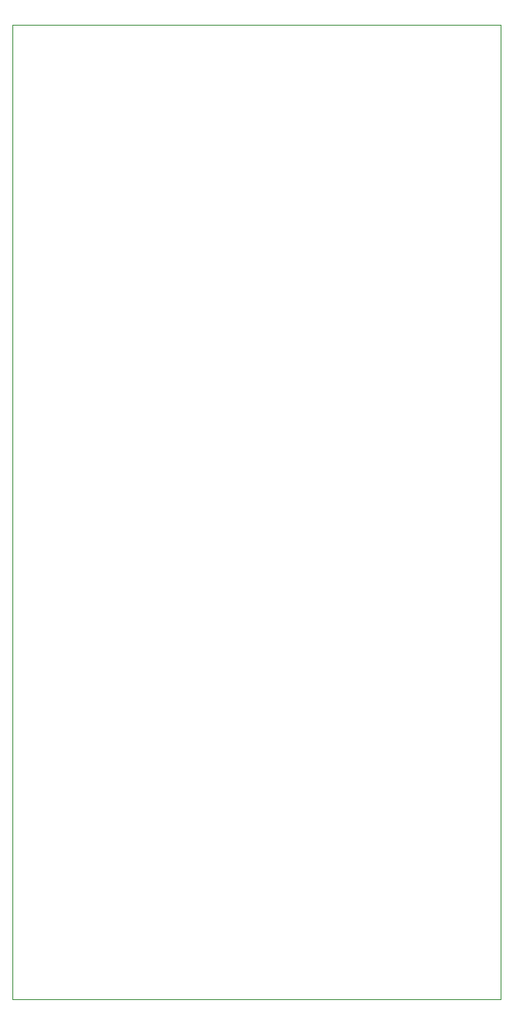
<source format=gbr>
G04 #@! TF.GenerationSoftware,KiCad,Pcbnew,7.0.2-0*
G04 #@! TF.CreationDate,2024-04-15T21:10:13+02:00*
G04 #@! TF.ProjectId,2600ish_vcf,32363030-6973-4685-9f76-63662e6b6963,rev?*
G04 #@! TF.SameCoordinates,Original*
G04 #@! TF.FileFunction,Profile,NP*
%FSLAX46Y46*%
G04 Gerber Fmt 4.6, Leading zero omitted, Abs format (unit mm)*
G04 Created by KiCad (PCBNEW 7.0.2-0) date 2024-04-15 21:10:13*
%MOMM*%
%LPD*%
G01*
G04 APERTURE LIST*
G04 #@! TA.AperFunction,Profile*
%ADD10C,0.100000*%
G04 #@! TD*
G04 APERTURE END LIST*
D10*
X169300000Y-57675000D02*
X219300000Y-57675000D01*
X219300000Y-157475000D01*
X169300000Y-157475000D01*
X169300000Y-57675000D01*
M02*

</source>
